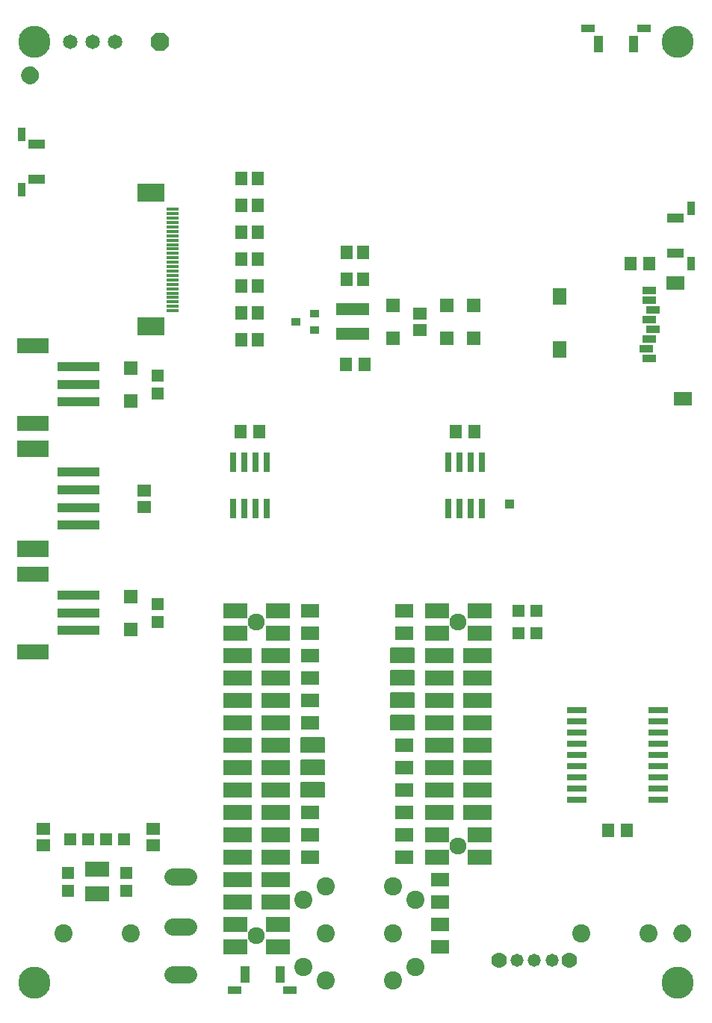
<source format=gbr>
G04 EAGLE Gerber X2 export*
%TF.Part,Single*%
%TF.FileFunction,Soldermask,Bot,1*%
%TF.FilePolarity,Negative*%
%TF.GenerationSoftware,Autodesk,EAGLE,9.1.0*%
%TF.CreationDate,2019-10-14T18:10:00Z*%
G75*
%MOMM*%
%FSLAX34Y34*%
%LPD*%
%AMOC8*
5,1,8,0,0,1.08239X$1,22.5*%
G01*
%ADD10R,1.377000X0.402000*%
%ADD11R,3.127000X2.127000*%
%ADD12R,2.667000X1.651000*%
%ADD13R,3.175000X1.651000*%
%ADD14C,1.927000*%
%ADD15R,2.027000X1.527000*%
%ADD16R,1.527000X1.927000*%
%ADD17R,1.627000X0.827000*%
%ADD18C,2.057400*%
%ADD19R,1.367000X1.627000*%
%ADD20R,4.727000X1.127000*%
%ADD21R,3.527000X1.827000*%
%ADD22R,1.627000X1.367000*%
%ADD23R,3.527000X1.727000*%
%ADD24R,1.427000X1.327000*%
%ADD25R,1.527000X1.527000*%
%ADD26R,2.827000X1.727000*%
%ADD27R,1.327000X1.427000*%
%ADD28R,3.827000X1.327000*%
%ADD29R,1.327000X1.627000*%
%ADD30R,1.027000X0.927000*%
%ADD31C,1.777000*%
%ADD32C,1.477000*%
%ADD33R,1.905000X1.027000*%
%ADD34R,0.927000X1.577000*%
%ADD35R,1.027000X1.905000*%
%ADD36R,1.577000X0.927000*%
%ADD37R,1.627000X1.427000*%
%ADD38R,2.327000X0.727000*%
%ADD39R,0.727000X2.327000*%
%ADD40R,2.127000X1.627000*%
%ADD41R,1.295400X1.727200*%
%ADD42R,0.762000X0.330200*%
%ADD43R,1.127000X1.127000*%
%ADD44C,1.651000*%
%ADD45C,1.927000*%
%ADD46C,3.643000*%
%ADD47C,1.127000*%
%ADD48C,0.500000*%
%ADD49P,2.226909X8X202.500000*%

G36*
X449698Y384826D02*
X449698Y384826D01*
X449817Y384833D01*
X449855Y384846D01*
X449896Y384851D01*
X450006Y384894D01*
X450119Y384931D01*
X450154Y384953D01*
X450191Y384968D01*
X450287Y385038D01*
X450388Y385101D01*
X450416Y385131D01*
X450449Y385154D01*
X450525Y385246D01*
X450606Y385333D01*
X450626Y385368D01*
X450651Y385399D01*
X450702Y385507D01*
X450760Y385611D01*
X450770Y385651D01*
X450787Y385687D01*
X450809Y385804D01*
X450839Y385919D01*
X450843Y385980D01*
X450847Y386000D01*
X450845Y386020D01*
X450849Y386080D01*
X450849Y401320D01*
X450834Y401438D01*
X450827Y401557D01*
X450814Y401595D01*
X450809Y401636D01*
X450766Y401746D01*
X450729Y401859D01*
X450707Y401894D01*
X450692Y401931D01*
X450623Y402027D01*
X450559Y402128D01*
X450529Y402156D01*
X450506Y402189D01*
X450414Y402265D01*
X450327Y402346D01*
X450292Y402366D01*
X450261Y402391D01*
X450153Y402442D01*
X450049Y402500D01*
X450009Y402510D01*
X449973Y402527D01*
X449856Y402549D01*
X449741Y402579D01*
X449681Y402583D01*
X449661Y402587D01*
X449640Y402585D01*
X449580Y402589D01*
X424180Y402589D01*
X424062Y402574D01*
X423943Y402567D01*
X423905Y402554D01*
X423864Y402549D01*
X423754Y402506D01*
X423641Y402469D01*
X423606Y402447D01*
X423569Y402432D01*
X423473Y402363D01*
X423372Y402299D01*
X423344Y402269D01*
X423311Y402246D01*
X423236Y402154D01*
X423154Y402067D01*
X423134Y402032D01*
X423109Y402001D01*
X423058Y401893D01*
X423000Y401789D01*
X422990Y401749D01*
X422973Y401713D01*
X422951Y401596D01*
X422921Y401481D01*
X422917Y401421D01*
X422913Y401401D01*
X422914Y401394D01*
X422913Y401392D01*
X422914Y401376D01*
X422911Y401320D01*
X422911Y386080D01*
X422926Y385962D01*
X422933Y385843D01*
X422946Y385805D01*
X422951Y385764D01*
X422994Y385654D01*
X423031Y385541D01*
X423053Y385506D01*
X423068Y385469D01*
X423138Y385373D01*
X423201Y385272D01*
X423231Y385244D01*
X423254Y385211D01*
X423346Y385136D01*
X423433Y385054D01*
X423468Y385034D01*
X423499Y385009D01*
X423607Y384958D01*
X423711Y384900D01*
X423751Y384890D01*
X423787Y384873D01*
X423904Y384851D01*
X424019Y384821D01*
X424080Y384817D01*
X424100Y384813D01*
X424120Y384815D01*
X424180Y384811D01*
X449580Y384811D01*
X449698Y384826D01*
G37*
G36*
X449698Y359426D02*
X449698Y359426D01*
X449817Y359433D01*
X449855Y359446D01*
X449896Y359451D01*
X450006Y359494D01*
X450119Y359531D01*
X450154Y359553D01*
X450191Y359568D01*
X450287Y359638D01*
X450388Y359701D01*
X450416Y359731D01*
X450449Y359754D01*
X450525Y359846D01*
X450606Y359933D01*
X450626Y359968D01*
X450651Y359999D01*
X450702Y360107D01*
X450760Y360211D01*
X450770Y360251D01*
X450787Y360287D01*
X450809Y360404D01*
X450839Y360519D01*
X450843Y360580D01*
X450847Y360600D01*
X450845Y360620D01*
X450849Y360680D01*
X450849Y375920D01*
X450834Y376038D01*
X450827Y376157D01*
X450814Y376195D01*
X450809Y376236D01*
X450766Y376346D01*
X450729Y376459D01*
X450707Y376494D01*
X450692Y376531D01*
X450623Y376627D01*
X450559Y376728D01*
X450529Y376756D01*
X450506Y376789D01*
X450414Y376865D01*
X450327Y376946D01*
X450292Y376966D01*
X450261Y376991D01*
X450153Y377042D01*
X450049Y377100D01*
X450009Y377110D01*
X449973Y377127D01*
X449856Y377149D01*
X449741Y377179D01*
X449681Y377183D01*
X449661Y377187D01*
X449640Y377185D01*
X449580Y377189D01*
X424180Y377189D01*
X424062Y377174D01*
X423943Y377167D01*
X423905Y377154D01*
X423864Y377149D01*
X423754Y377106D01*
X423641Y377069D01*
X423606Y377047D01*
X423569Y377032D01*
X423473Y376963D01*
X423372Y376899D01*
X423344Y376869D01*
X423311Y376846D01*
X423236Y376754D01*
X423154Y376667D01*
X423134Y376632D01*
X423109Y376601D01*
X423058Y376493D01*
X423000Y376389D01*
X422990Y376349D01*
X422973Y376313D01*
X422951Y376196D01*
X422921Y376081D01*
X422917Y376021D01*
X422913Y376001D01*
X422914Y375994D01*
X422913Y375992D01*
X422914Y375976D01*
X422911Y375920D01*
X422911Y360680D01*
X422926Y360562D01*
X422933Y360443D01*
X422946Y360405D01*
X422951Y360364D01*
X422994Y360254D01*
X423031Y360141D01*
X423053Y360106D01*
X423068Y360069D01*
X423138Y359973D01*
X423201Y359872D01*
X423231Y359844D01*
X423254Y359811D01*
X423346Y359736D01*
X423433Y359654D01*
X423468Y359634D01*
X423499Y359609D01*
X423607Y359558D01*
X423711Y359500D01*
X423751Y359490D01*
X423787Y359473D01*
X423904Y359451D01*
X424019Y359421D01*
X424080Y359417D01*
X424100Y359413D01*
X424120Y359415D01*
X424180Y359411D01*
X449580Y359411D01*
X449698Y359426D01*
G37*
G36*
X449698Y334026D02*
X449698Y334026D01*
X449817Y334033D01*
X449855Y334046D01*
X449896Y334051D01*
X450006Y334094D01*
X450119Y334131D01*
X450154Y334153D01*
X450191Y334168D01*
X450287Y334238D01*
X450388Y334301D01*
X450416Y334331D01*
X450449Y334354D01*
X450525Y334446D01*
X450606Y334533D01*
X450626Y334568D01*
X450651Y334599D01*
X450702Y334707D01*
X450760Y334811D01*
X450770Y334851D01*
X450787Y334887D01*
X450809Y335004D01*
X450839Y335119D01*
X450843Y335180D01*
X450847Y335200D01*
X450845Y335220D01*
X450849Y335280D01*
X450849Y350520D01*
X450834Y350638D01*
X450827Y350757D01*
X450814Y350795D01*
X450809Y350836D01*
X450766Y350946D01*
X450729Y351059D01*
X450707Y351094D01*
X450692Y351131D01*
X450623Y351227D01*
X450559Y351328D01*
X450529Y351356D01*
X450506Y351389D01*
X450414Y351465D01*
X450327Y351546D01*
X450292Y351566D01*
X450261Y351591D01*
X450153Y351642D01*
X450049Y351700D01*
X450009Y351710D01*
X449973Y351727D01*
X449856Y351749D01*
X449741Y351779D01*
X449681Y351783D01*
X449661Y351787D01*
X449640Y351785D01*
X449580Y351789D01*
X424180Y351789D01*
X424062Y351774D01*
X423943Y351767D01*
X423905Y351754D01*
X423864Y351749D01*
X423754Y351706D01*
X423641Y351669D01*
X423606Y351647D01*
X423569Y351632D01*
X423473Y351563D01*
X423372Y351499D01*
X423344Y351469D01*
X423311Y351446D01*
X423236Y351354D01*
X423154Y351267D01*
X423134Y351232D01*
X423109Y351201D01*
X423058Y351093D01*
X423000Y350989D01*
X422990Y350949D01*
X422973Y350913D01*
X422951Y350796D01*
X422921Y350681D01*
X422917Y350621D01*
X422913Y350601D01*
X422914Y350594D01*
X422913Y350592D01*
X422914Y350576D01*
X422911Y350520D01*
X422911Y335280D01*
X422926Y335162D01*
X422933Y335043D01*
X422946Y335005D01*
X422951Y334964D01*
X422994Y334854D01*
X423031Y334741D01*
X423053Y334706D01*
X423068Y334669D01*
X423138Y334573D01*
X423201Y334472D01*
X423231Y334444D01*
X423254Y334411D01*
X423346Y334336D01*
X423433Y334254D01*
X423468Y334234D01*
X423499Y334209D01*
X423607Y334158D01*
X423711Y334100D01*
X423751Y334090D01*
X423787Y334073D01*
X423904Y334051D01*
X424019Y334021D01*
X424080Y334017D01*
X424100Y334013D01*
X424120Y334015D01*
X424180Y334011D01*
X449580Y334011D01*
X449698Y334026D01*
G37*
G36*
X449698Y308626D02*
X449698Y308626D01*
X449817Y308633D01*
X449855Y308646D01*
X449896Y308651D01*
X450006Y308694D01*
X450119Y308731D01*
X450154Y308753D01*
X450191Y308768D01*
X450287Y308838D01*
X450388Y308901D01*
X450416Y308931D01*
X450449Y308954D01*
X450525Y309046D01*
X450606Y309133D01*
X450626Y309168D01*
X450651Y309199D01*
X450702Y309307D01*
X450760Y309411D01*
X450770Y309451D01*
X450787Y309487D01*
X450809Y309604D01*
X450839Y309719D01*
X450843Y309780D01*
X450847Y309800D01*
X450845Y309820D01*
X450849Y309880D01*
X450849Y325120D01*
X450834Y325238D01*
X450827Y325357D01*
X450814Y325395D01*
X450809Y325436D01*
X450766Y325546D01*
X450729Y325659D01*
X450707Y325694D01*
X450692Y325731D01*
X450623Y325827D01*
X450559Y325928D01*
X450529Y325956D01*
X450506Y325989D01*
X450414Y326065D01*
X450327Y326146D01*
X450292Y326166D01*
X450261Y326191D01*
X450153Y326242D01*
X450049Y326300D01*
X450009Y326310D01*
X449973Y326327D01*
X449856Y326349D01*
X449741Y326379D01*
X449681Y326383D01*
X449661Y326387D01*
X449640Y326385D01*
X449580Y326389D01*
X424180Y326389D01*
X424062Y326374D01*
X423943Y326367D01*
X423905Y326354D01*
X423864Y326349D01*
X423754Y326306D01*
X423641Y326269D01*
X423606Y326247D01*
X423569Y326232D01*
X423473Y326163D01*
X423372Y326099D01*
X423344Y326069D01*
X423311Y326046D01*
X423236Y325954D01*
X423154Y325867D01*
X423134Y325832D01*
X423109Y325801D01*
X423058Y325693D01*
X423000Y325589D01*
X422990Y325549D01*
X422973Y325513D01*
X422951Y325396D01*
X422921Y325281D01*
X422917Y325221D01*
X422913Y325201D01*
X422914Y325194D01*
X422913Y325192D01*
X422914Y325176D01*
X422911Y325120D01*
X422911Y309880D01*
X422926Y309762D01*
X422933Y309643D01*
X422946Y309605D01*
X422951Y309564D01*
X422994Y309454D01*
X423031Y309341D01*
X423053Y309306D01*
X423068Y309269D01*
X423138Y309173D01*
X423201Y309072D01*
X423231Y309044D01*
X423254Y309011D01*
X423346Y308936D01*
X423433Y308854D01*
X423468Y308834D01*
X423499Y308809D01*
X423607Y308758D01*
X423711Y308700D01*
X423751Y308690D01*
X423787Y308673D01*
X423904Y308651D01*
X424019Y308621D01*
X424080Y308617D01*
X424100Y308613D01*
X424120Y308615D01*
X424180Y308611D01*
X449580Y308611D01*
X449698Y308626D01*
G37*
G36*
X348098Y283226D02*
X348098Y283226D01*
X348217Y283233D01*
X348255Y283246D01*
X348296Y283251D01*
X348406Y283294D01*
X348519Y283331D01*
X348554Y283353D01*
X348591Y283368D01*
X348687Y283438D01*
X348788Y283501D01*
X348816Y283531D01*
X348849Y283554D01*
X348925Y283646D01*
X349006Y283733D01*
X349026Y283768D01*
X349051Y283799D01*
X349102Y283907D01*
X349160Y284011D01*
X349170Y284051D01*
X349187Y284087D01*
X349209Y284204D01*
X349239Y284319D01*
X349243Y284380D01*
X349247Y284400D01*
X349245Y284420D01*
X349249Y284480D01*
X349249Y299720D01*
X349234Y299838D01*
X349227Y299957D01*
X349214Y299995D01*
X349209Y300036D01*
X349166Y300146D01*
X349129Y300259D01*
X349107Y300294D01*
X349092Y300331D01*
X349023Y300427D01*
X348959Y300528D01*
X348929Y300556D01*
X348906Y300589D01*
X348814Y300665D01*
X348727Y300746D01*
X348692Y300766D01*
X348661Y300791D01*
X348553Y300842D01*
X348449Y300900D01*
X348409Y300910D01*
X348373Y300927D01*
X348256Y300949D01*
X348141Y300979D01*
X348081Y300983D01*
X348061Y300987D01*
X348040Y300985D01*
X347980Y300989D01*
X322580Y300989D01*
X322462Y300974D01*
X322343Y300967D01*
X322305Y300954D01*
X322264Y300949D01*
X322154Y300906D01*
X322041Y300869D01*
X322006Y300847D01*
X321969Y300832D01*
X321873Y300763D01*
X321772Y300699D01*
X321744Y300669D01*
X321711Y300646D01*
X321636Y300554D01*
X321554Y300467D01*
X321534Y300432D01*
X321509Y300401D01*
X321458Y300293D01*
X321400Y300189D01*
X321390Y300149D01*
X321373Y300113D01*
X321351Y299996D01*
X321321Y299881D01*
X321317Y299821D01*
X321313Y299801D01*
X321314Y299794D01*
X321313Y299792D01*
X321314Y299776D01*
X321311Y299720D01*
X321311Y284480D01*
X321326Y284362D01*
X321333Y284243D01*
X321346Y284205D01*
X321351Y284164D01*
X321394Y284054D01*
X321431Y283941D01*
X321453Y283906D01*
X321468Y283869D01*
X321538Y283773D01*
X321601Y283672D01*
X321631Y283644D01*
X321654Y283611D01*
X321746Y283536D01*
X321833Y283454D01*
X321868Y283434D01*
X321899Y283409D01*
X322007Y283358D01*
X322111Y283300D01*
X322151Y283290D01*
X322187Y283273D01*
X322304Y283251D01*
X322419Y283221D01*
X322480Y283217D01*
X322500Y283213D01*
X322520Y283215D01*
X322580Y283211D01*
X347980Y283211D01*
X348098Y283226D01*
G37*
G36*
X348098Y257826D02*
X348098Y257826D01*
X348217Y257833D01*
X348255Y257846D01*
X348296Y257851D01*
X348406Y257894D01*
X348519Y257931D01*
X348554Y257953D01*
X348591Y257968D01*
X348687Y258038D01*
X348788Y258101D01*
X348816Y258131D01*
X348849Y258154D01*
X348925Y258246D01*
X349006Y258333D01*
X349026Y258368D01*
X349051Y258399D01*
X349102Y258507D01*
X349160Y258611D01*
X349170Y258651D01*
X349187Y258687D01*
X349209Y258804D01*
X349239Y258919D01*
X349243Y258980D01*
X349247Y259000D01*
X349245Y259020D01*
X349249Y259080D01*
X349249Y274320D01*
X349234Y274438D01*
X349227Y274557D01*
X349214Y274595D01*
X349209Y274636D01*
X349166Y274746D01*
X349129Y274859D01*
X349107Y274894D01*
X349092Y274931D01*
X349023Y275027D01*
X348959Y275128D01*
X348929Y275156D01*
X348906Y275189D01*
X348814Y275265D01*
X348727Y275346D01*
X348692Y275366D01*
X348661Y275391D01*
X348553Y275442D01*
X348449Y275500D01*
X348409Y275510D01*
X348373Y275527D01*
X348256Y275549D01*
X348141Y275579D01*
X348081Y275583D01*
X348061Y275587D01*
X348040Y275585D01*
X347980Y275589D01*
X322580Y275589D01*
X322462Y275574D01*
X322343Y275567D01*
X322305Y275554D01*
X322264Y275549D01*
X322154Y275506D01*
X322041Y275469D01*
X322006Y275447D01*
X321969Y275432D01*
X321873Y275363D01*
X321772Y275299D01*
X321744Y275269D01*
X321711Y275246D01*
X321636Y275154D01*
X321554Y275067D01*
X321534Y275032D01*
X321509Y275001D01*
X321458Y274893D01*
X321400Y274789D01*
X321390Y274749D01*
X321373Y274713D01*
X321351Y274596D01*
X321321Y274481D01*
X321317Y274421D01*
X321313Y274401D01*
X321314Y274394D01*
X321313Y274392D01*
X321314Y274376D01*
X321311Y274320D01*
X321311Y259080D01*
X321326Y258962D01*
X321333Y258843D01*
X321346Y258805D01*
X321351Y258764D01*
X321394Y258654D01*
X321431Y258541D01*
X321453Y258506D01*
X321468Y258469D01*
X321538Y258373D01*
X321601Y258272D01*
X321631Y258244D01*
X321654Y258211D01*
X321746Y258136D01*
X321833Y258054D01*
X321868Y258034D01*
X321899Y258009D01*
X322007Y257958D01*
X322111Y257900D01*
X322151Y257890D01*
X322187Y257873D01*
X322304Y257851D01*
X322419Y257821D01*
X322480Y257817D01*
X322500Y257813D01*
X322520Y257815D01*
X322580Y257811D01*
X347980Y257811D01*
X348098Y257826D01*
G37*
G36*
X348098Y232426D02*
X348098Y232426D01*
X348217Y232433D01*
X348255Y232446D01*
X348296Y232451D01*
X348406Y232494D01*
X348519Y232531D01*
X348554Y232553D01*
X348591Y232568D01*
X348687Y232638D01*
X348788Y232701D01*
X348816Y232731D01*
X348849Y232754D01*
X348925Y232846D01*
X349006Y232933D01*
X349026Y232968D01*
X349051Y232999D01*
X349102Y233107D01*
X349160Y233211D01*
X349170Y233251D01*
X349187Y233287D01*
X349209Y233404D01*
X349239Y233519D01*
X349243Y233580D01*
X349247Y233600D01*
X349245Y233620D01*
X349249Y233680D01*
X349249Y248920D01*
X349234Y249038D01*
X349227Y249157D01*
X349214Y249195D01*
X349209Y249236D01*
X349166Y249346D01*
X349129Y249459D01*
X349107Y249494D01*
X349092Y249531D01*
X349023Y249627D01*
X348959Y249728D01*
X348929Y249756D01*
X348906Y249789D01*
X348814Y249865D01*
X348727Y249946D01*
X348692Y249966D01*
X348661Y249991D01*
X348553Y250042D01*
X348449Y250100D01*
X348409Y250110D01*
X348373Y250127D01*
X348256Y250149D01*
X348141Y250179D01*
X348081Y250183D01*
X348061Y250187D01*
X348040Y250185D01*
X347980Y250189D01*
X322580Y250189D01*
X322462Y250174D01*
X322343Y250167D01*
X322305Y250154D01*
X322264Y250149D01*
X322154Y250106D01*
X322041Y250069D01*
X322006Y250047D01*
X321969Y250032D01*
X321873Y249963D01*
X321772Y249899D01*
X321744Y249869D01*
X321711Y249846D01*
X321636Y249754D01*
X321554Y249667D01*
X321534Y249632D01*
X321509Y249601D01*
X321458Y249493D01*
X321400Y249389D01*
X321390Y249349D01*
X321373Y249313D01*
X321351Y249196D01*
X321321Y249081D01*
X321317Y249021D01*
X321313Y249001D01*
X321314Y248994D01*
X321313Y248992D01*
X321314Y248976D01*
X321311Y248920D01*
X321311Y233680D01*
X321326Y233562D01*
X321333Y233443D01*
X321346Y233405D01*
X321351Y233364D01*
X321394Y233254D01*
X321431Y233141D01*
X321453Y233106D01*
X321468Y233069D01*
X321538Y232973D01*
X321601Y232872D01*
X321631Y232844D01*
X321654Y232811D01*
X321746Y232736D01*
X321833Y232654D01*
X321868Y232634D01*
X321899Y232609D01*
X322007Y232558D01*
X322111Y232500D01*
X322151Y232490D01*
X322187Y232473D01*
X322304Y232451D01*
X322419Y232421D01*
X322480Y232417D01*
X322500Y232413D01*
X322520Y232415D01*
X322580Y232411D01*
X347980Y232411D01*
X348098Y232426D01*
G37*
D10*
X176532Y899634D03*
X176532Y894634D03*
X176532Y889634D03*
X176532Y884634D03*
X176532Y879634D03*
X176532Y874634D03*
X176532Y869634D03*
X176532Y864634D03*
X176532Y859634D03*
X176532Y854634D03*
X176532Y849634D03*
X176532Y844634D03*
X176532Y839634D03*
X176532Y834634D03*
X176532Y829634D03*
X176532Y824634D03*
X176532Y819634D03*
X176532Y814634D03*
X176532Y809634D03*
X176532Y804634D03*
X176532Y799634D03*
X176532Y794634D03*
X176532Y789634D03*
X176532Y784634D03*
D11*
X151932Y918134D03*
X151932Y767034D03*
D12*
X295910Y63500D03*
X247650Y63500D03*
X295910Y88900D03*
X247650Y88900D03*
D13*
X293370Y114300D03*
X250190Y114300D03*
X293370Y139700D03*
X250190Y139700D03*
X293370Y165100D03*
X250190Y165100D03*
X293370Y190500D03*
X250190Y190500D03*
X293370Y215900D03*
X250190Y215900D03*
X293370Y241300D03*
X250190Y241300D03*
X293370Y266700D03*
X250190Y266700D03*
X293370Y292100D03*
X250190Y292100D03*
X293370Y317500D03*
X250190Y317500D03*
X293370Y342900D03*
X250190Y342900D03*
X293370Y368300D03*
X250190Y368300D03*
X293370Y393700D03*
X250190Y393700D03*
D12*
X295910Y419100D03*
X247650Y419100D03*
X295910Y444500D03*
X247650Y444500D03*
X476250Y444500D03*
X524510Y444500D03*
X476250Y419100D03*
X524510Y419100D03*
D13*
X478790Y393700D03*
X521970Y393700D03*
X478790Y368300D03*
X521970Y368300D03*
X478790Y342900D03*
X521970Y342900D03*
X478790Y317500D03*
X521970Y317500D03*
X478790Y292100D03*
X521970Y292100D03*
X478790Y266700D03*
X521970Y266700D03*
X478790Y241300D03*
X521970Y241300D03*
X478790Y215900D03*
X521970Y215900D03*
D12*
X476250Y190500D03*
X524510Y190500D03*
X476250Y165100D03*
X524510Y165100D03*
D14*
X500380Y177800D03*
X500380Y431800D03*
X271780Y76200D03*
X271780Y431800D03*
D15*
X746270Y816420D03*
X755270Y684420D03*
D16*
X615270Y800420D03*
X615270Y740420D03*
D17*
X717270Y807420D03*
X717270Y796420D03*
X721270Y785420D03*
X717270Y774420D03*
X721270Y763420D03*
X717270Y752420D03*
X713270Y741420D03*
X717270Y730420D03*
D18*
X426720Y132080D03*
X350520Y132080D03*
X716280Y78740D03*
X640080Y78740D03*
X426720Y25400D03*
X350520Y25400D03*
X426720Y78740D03*
X350520Y78740D03*
D19*
X273660Y782320D03*
X254660Y782320D03*
X273660Y812800D03*
X254660Y812800D03*
X273660Y751840D03*
X254660Y751840D03*
X273660Y843280D03*
X254660Y843280D03*
X273660Y873760D03*
X254660Y873760D03*
X273660Y904240D03*
X254660Y904240D03*
X273660Y934720D03*
X254660Y934720D03*
D20*
X70020Y601500D03*
X70020Y581500D03*
D21*
X18020Y628500D03*
X18020Y514500D03*
D20*
X70020Y561500D03*
X70020Y541500D03*
D22*
X144780Y562000D03*
X144780Y581000D03*
D20*
X70180Y461960D03*
X70180Y441960D03*
D23*
X18180Y485960D03*
X18180Y397960D03*
D20*
X70180Y421960D03*
D24*
X160020Y431800D03*
X160020Y452120D03*
D25*
X129540Y460460D03*
X129540Y423460D03*
D26*
X91440Y151160D03*
X91440Y123160D03*
D24*
X58420Y127000D03*
X58420Y147320D03*
X124460Y127000D03*
X124460Y147320D03*
D27*
X121920Y185420D03*
X101600Y185420D03*
X81280Y185420D03*
X60960Y185420D03*
D19*
X393040Y820420D03*
X374040Y820420D03*
X393040Y850900D03*
X374040Y850900D03*
D25*
X518160Y790660D03*
X518160Y753660D03*
X487680Y790660D03*
X487680Y753660D03*
D22*
X457200Y762660D03*
X457200Y781660D03*
D25*
X426720Y790660D03*
X426720Y753660D03*
D28*
X381000Y758160D03*
X381000Y786160D03*
D29*
X394040Y723900D03*
X373040Y723900D03*
D30*
X337660Y781660D03*
X337660Y762660D03*
X316660Y772160D03*
D31*
X626740Y48260D03*
X546740Y48260D03*
D32*
X606740Y48260D03*
X586740Y48260D03*
X566740Y48260D03*
D33*
X22956Y933400D03*
X22956Y973400D03*
D34*
X5416Y921900D03*
X5416Y984900D03*
D35*
X298500Y32100D03*
X258500Y32100D03*
D36*
X310000Y14560D03*
X247000Y14560D03*
D27*
X589280Y419100D03*
X568960Y419100D03*
X589280Y444500D03*
X568960Y444500D03*
D37*
X30480Y197460D03*
X30480Y178460D03*
X154940Y178460D03*
X154940Y197460D03*
D20*
X70180Y721040D03*
X70180Y701040D03*
D23*
X18180Y745040D03*
X18180Y657040D03*
D20*
X70180Y681040D03*
D24*
X160020Y690880D03*
X160020Y711200D03*
D25*
X129540Y719540D03*
X129540Y682540D03*
D38*
X634720Y242570D03*
X726720Y293970D03*
X634720Y229870D03*
X634720Y255270D03*
X634720Y267970D03*
X726720Y281270D03*
X726720Y306670D03*
X726720Y319370D03*
X634720Y293370D03*
X634720Y280670D03*
X634720Y306070D03*
X634720Y318770D03*
X726720Y268570D03*
X726720Y255870D03*
X726720Y242870D03*
X726720Y229870D03*
X634720Y331470D03*
X726720Y332070D03*
D39*
X270510Y560740D03*
X270510Y612740D03*
X283210Y560740D03*
X257810Y560740D03*
X245110Y560740D03*
X283210Y612740D03*
X257810Y612740D03*
X245110Y612740D03*
D29*
X274660Y647700D03*
X253660Y647700D03*
D40*
X439420Y241300D03*
X439420Y266700D03*
X439420Y292100D03*
X332740Y215900D03*
X332740Y190500D03*
X332740Y165100D03*
X480060Y139700D03*
X480060Y114300D03*
X480060Y63500D03*
X332740Y317500D03*
X332740Y342900D03*
X332740Y368300D03*
X332740Y393700D03*
X332740Y419100D03*
X332740Y444500D03*
X480060Y88900D03*
X439420Y419100D03*
X439420Y444500D03*
X439420Y215900D03*
X439420Y190500D03*
X439420Y165100D03*
D41*
X429260Y393700D03*
X444500Y393700D03*
D42*
X436880Y393700D03*
D41*
X429260Y368300D03*
X444500Y368300D03*
D42*
X436880Y368300D03*
D41*
X429260Y342900D03*
X444500Y342900D03*
D42*
X436880Y342900D03*
D41*
X429260Y317500D03*
X444500Y317500D03*
D42*
X436880Y317500D03*
D29*
X716620Y838200D03*
X695620Y838200D03*
X691220Y195580D03*
X670220Y195580D03*
D39*
X527050Y560740D03*
X514350Y560740D03*
X501650Y560740D03*
X488950Y560740D03*
X488950Y612740D03*
X501650Y612740D03*
X514350Y612740D03*
X527050Y612740D03*
D41*
X327660Y292100D03*
X342900Y292100D03*
D42*
X335280Y292100D03*
D29*
X518500Y647700D03*
X497500Y647700D03*
D33*
X746664Y889558D03*
X746664Y849558D03*
D34*
X764204Y901058D03*
X764204Y838058D03*
D18*
X53340Y78740D03*
X129540Y78740D03*
D41*
X327660Y266700D03*
X342900Y266700D03*
D42*
X335280Y266700D03*
D41*
X327660Y241300D03*
X342900Y241300D03*
D42*
X335280Y241300D03*
D43*
X558800Y565861D03*
D18*
X452120Y116840D03*
X452120Y40640D03*
X325120Y40640D03*
X325120Y116840D03*
D44*
X111760Y1089660D03*
X86360Y1089660D03*
X60960Y1089660D03*
D45*
X176420Y32130D02*
X194420Y32130D01*
X194420Y86130D02*
X176420Y86130D01*
X176420Y143130D02*
X194420Y143130D01*
D46*
X20320Y22860D03*
X749300Y22860D03*
D47*
X754380Y78740D03*
D48*
X761880Y78740D02*
X761878Y78921D01*
X761871Y79102D01*
X761860Y79283D01*
X761845Y79464D01*
X761825Y79644D01*
X761801Y79824D01*
X761773Y80003D01*
X761740Y80181D01*
X761703Y80358D01*
X761662Y80535D01*
X761617Y80710D01*
X761567Y80885D01*
X761513Y81058D01*
X761455Y81229D01*
X761393Y81400D01*
X761326Y81568D01*
X761256Y81735D01*
X761182Y81901D01*
X761103Y82064D01*
X761021Y82225D01*
X760935Y82385D01*
X760845Y82542D01*
X760751Y82697D01*
X760654Y82850D01*
X760552Y83000D01*
X760448Y83148D01*
X760339Y83294D01*
X760228Y83436D01*
X760112Y83576D01*
X759994Y83713D01*
X759872Y83848D01*
X759747Y83979D01*
X759619Y84107D01*
X759488Y84232D01*
X759353Y84354D01*
X759216Y84472D01*
X759076Y84588D01*
X758934Y84699D01*
X758788Y84808D01*
X758640Y84912D01*
X758490Y85014D01*
X758337Y85111D01*
X758182Y85205D01*
X758025Y85295D01*
X757865Y85381D01*
X757704Y85463D01*
X757541Y85542D01*
X757375Y85616D01*
X757208Y85686D01*
X757040Y85753D01*
X756869Y85815D01*
X756698Y85873D01*
X756525Y85927D01*
X756350Y85977D01*
X756175Y86022D01*
X755998Y86063D01*
X755821Y86100D01*
X755643Y86133D01*
X755464Y86161D01*
X755284Y86185D01*
X755104Y86205D01*
X754923Y86220D01*
X754742Y86231D01*
X754561Y86238D01*
X754380Y86240D01*
X754199Y86238D01*
X754018Y86231D01*
X753837Y86220D01*
X753656Y86205D01*
X753476Y86185D01*
X753296Y86161D01*
X753117Y86133D01*
X752939Y86100D01*
X752762Y86063D01*
X752585Y86022D01*
X752410Y85977D01*
X752235Y85927D01*
X752062Y85873D01*
X751891Y85815D01*
X751720Y85753D01*
X751552Y85686D01*
X751385Y85616D01*
X751219Y85542D01*
X751056Y85463D01*
X750895Y85381D01*
X750735Y85295D01*
X750578Y85205D01*
X750423Y85111D01*
X750270Y85014D01*
X750120Y84912D01*
X749972Y84808D01*
X749826Y84699D01*
X749684Y84588D01*
X749544Y84472D01*
X749407Y84354D01*
X749272Y84232D01*
X749141Y84107D01*
X749013Y83979D01*
X748888Y83848D01*
X748766Y83713D01*
X748648Y83576D01*
X748532Y83436D01*
X748421Y83294D01*
X748312Y83148D01*
X748208Y83000D01*
X748106Y82850D01*
X748009Y82697D01*
X747915Y82542D01*
X747825Y82385D01*
X747739Y82225D01*
X747657Y82064D01*
X747578Y81901D01*
X747504Y81735D01*
X747434Y81568D01*
X747367Y81400D01*
X747305Y81229D01*
X747247Y81058D01*
X747193Y80885D01*
X747143Y80710D01*
X747098Y80535D01*
X747057Y80358D01*
X747020Y80181D01*
X746987Y80003D01*
X746959Y79824D01*
X746935Y79644D01*
X746915Y79464D01*
X746900Y79283D01*
X746889Y79102D01*
X746882Y78921D01*
X746880Y78740D01*
X746882Y78559D01*
X746889Y78378D01*
X746900Y78197D01*
X746915Y78016D01*
X746935Y77836D01*
X746959Y77656D01*
X746987Y77477D01*
X747020Y77299D01*
X747057Y77122D01*
X747098Y76945D01*
X747143Y76770D01*
X747193Y76595D01*
X747247Y76422D01*
X747305Y76251D01*
X747367Y76080D01*
X747434Y75912D01*
X747504Y75745D01*
X747578Y75579D01*
X747657Y75416D01*
X747739Y75255D01*
X747825Y75095D01*
X747915Y74938D01*
X748009Y74783D01*
X748106Y74630D01*
X748208Y74480D01*
X748312Y74332D01*
X748421Y74186D01*
X748532Y74044D01*
X748648Y73904D01*
X748766Y73767D01*
X748888Y73632D01*
X749013Y73501D01*
X749141Y73373D01*
X749272Y73248D01*
X749407Y73126D01*
X749544Y73008D01*
X749684Y72892D01*
X749826Y72781D01*
X749972Y72672D01*
X750120Y72568D01*
X750270Y72466D01*
X750423Y72369D01*
X750578Y72275D01*
X750735Y72185D01*
X750895Y72099D01*
X751056Y72017D01*
X751219Y71938D01*
X751385Y71864D01*
X751552Y71794D01*
X751720Y71727D01*
X751891Y71665D01*
X752062Y71607D01*
X752235Y71553D01*
X752410Y71503D01*
X752585Y71458D01*
X752762Y71417D01*
X752939Y71380D01*
X753117Y71347D01*
X753296Y71319D01*
X753476Y71295D01*
X753656Y71275D01*
X753837Y71260D01*
X754018Y71249D01*
X754199Y71242D01*
X754380Y71240D01*
X754561Y71242D01*
X754742Y71249D01*
X754923Y71260D01*
X755104Y71275D01*
X755284Y71295D01*
X755464Y71319D01*
X755643Y71347D01*
X755821Y71380D01*
X755998Y71417D01*
X756175Y71458D01*
X756350Y71503D01*
X756525Y71553D01*
X756698Y71607D01*
X756869Y71665D01*
X757040Y71727D01*
X757208Y71794D01*
X757375Y71864D01*
X757541Y71938D01*
X757704Y72017D01*
X757865Y72099D01*
X758025Y72185D01*
X758182Y72275D01*
X758337Y72369D01*
X758490Y72466D01*
X758640Y72568D01*
X758788Y72672D01*
X758934Y72781D01*
X759076Y72892D01*
X759216Y73008D01*
X759353Y73126D01*
X759488Y73248D01*
X759619Y73373D01*
X759747Y73501D01*
X759872Y73632D01*
X759994Y73767D01*
X760112Y73904D01*
X760228Y74044D01*
X760339Y74186D01*
X760448Y74332D01*
X760552Y74480D01*
X760654Y74630D01*
X760751Y74783D01*
X760845Y74938D01*
X760935Y75095D01*
X761021Y75255D01*
X761103Y75416D01*
X761182Y75579D01*
X761256Y75745D01*
X761326Y75912D01*
X761393Y76080D01*
X761455Y76251D01*
X761513Y76422D01*
X761567Y76595D01*
X761617Y76770D01*
X761662Y76945D01*
X761703Y77122D01*
X761740Y77299D01*
X761773Y77477D01*
X761801Y77656D01*
X761825Y77836D01*
X761845Y78016D01*
X761860Y78197D01*
X761871Y78378D01*
X761878Y78559D01*
X761880Y78740D01*
D47*
X15240Y1051560D03*
D48*
X22740Y1051560D02*
X22738Y1051741D01*
X22731Y1051922D01*
X22720Y1052103D01*
X22705Y1052284D01*
X22685Y1052464D01*
X22661Y1052644D01*
X22633Y1052823D01*
X22600Y1053001D01*
X22563Y1053178D01*
X22522Y1053355D01*
X22477Y1053530D01*
X22427Y1053705D01*
X22373Y1053878D01*
X22315Y1054049D01*
X22253Y1054220D01*
X22186Y1054388D01*
X22116Y1054555D01*
X22042Y1054721D01*
X21963Y1054884D01*
X21881Y1055045D01*
X21795Y1055205D01*
X21705Y1055362D01*
X21611Y1055517D01*
X21514Y1055670D01*
X21412Y1055820D01*
X21308Y1055968D01*
X21199Y1056114D01*
X21088Y1056256D01*
X20972Y1056396D01*
X20854Y1056533D01*
X20732Y1056668D01*
X20607Y1056799D01*
X20479Y1056927D01*
X20348Y1057052D01*
X20213Y1057174D01*
X20076Y1057292D01*
X19936Y1057408D01*
X19794Y1057519D01*
X19648Y1057628D01*
X19500Y1057732D01*
X19350Y1057834D01*
X19197Y1057931D01*
X19042Y1058025D01*
X18885Y1058115D01*
X18725Y1058201D01*
X18564Y1058283D01*
X18401Y1058362D01*
X18235Y1058436D01*
X18068Y1058506D01*
X17900Y1058573D01*
X17729Y1058635D01*
X17558Y1058693D01*
X17385Y1058747D01*
X17210Y1058797D01*
X17035Y1058842D01*
X16858Y1058883D01*
X16681Y1058920D01*
X16503Y1058953D01*
X16324Y1058981D01*
X16144Y1059005D01*
X15964Y1059025D01*
X15783Y1059040D01*
X15602Y1059051D01*
X15421Y1059058D01*
X15240Y1059060D01*
X15059Y1059058D01*
X14878Y1059051D01*
X14697Y1059040D01*
X14516Y1059025D01*
X14336Y1059005D01*
X14156Y1058981D01*
X13977Y1058953D01*
X13799Y1058920D01*
X13622Y1058883D01*
X13445Y1058842D01*
X13270Y1058797D01*
X13095Y1058747D01*
X12922Y1058693D01*
X12751Y1058635D01*
X12580Y1058573D01*
X12412Y1058506D01*
X12245Y1058436D01*
X12079Y1058362D01*
X11916Y1058283D01*
X11755Y1058201D01*
X11595Y1058115D01*
X11438Y1058025D01*
X11283Y1057931D01*
X11130Y1057834D01*
X10980Y1057732D01*
X10832Y1057628D01*
X10686Y1057519D01*
X10544Y1057408D01*
X10404Y1057292D01*
X10267Y1057174D01*
X10132Y1057052D01*
X10001Y1056927D01*
X9873Y1056799D01*
X9748Y1056668D01*
X9626Y1056533D01*
X9508Y1056396D01*
X9392Y1056256D01*
X9281Y1056114D01*
X9172Y1055968D01*
X9068Y1055820D01*
X8966Y1055670D01*
X8869Y1055517D01*
X8775Y1055362D01*
X8685Y1055205D01*
X8599Y1055045D01*
X8517Y1054884D01*
X8438Y1054721D01*
X8364Y1054555D01*
X8294Y1054388D01*
X8227Y1054220D01*
X8165Y1054049D01*
X8107Y1053878D01*
X8053Y1053705D01*
X8003Y1053530D01*
X7958Y1053355D01*
X7917Y1053178D01*
X7880Y1053001D01*
X7847Y1052823D01*
X7819Y1052644D01*
X7795Y1052464D01*
X7775Y1052284D01*
X7760Y1052103D01*
X7749Y1051922D01*
X7742Y1051741D01*
X7740Y1051560D01*
X7742Y1051379D01*
X7749Y1051198D01*
X7760Y1051017D01*
X7775Y1050836D01*
X7795Y1050656D01*
X7819Y1050476D01*
X7847Y1050297D01*
X7880Y1050119D01*
X7917Y1049942D01*
X7958Y1049765D01*
X8003Y1049590D01*
X8053Y1049415D01*
X8107Y1049242D01*
X8165Y1049071D01*
X8227Y1048900D01*
X8294Y1048732D01*
X8364Y1048565D01*
X8438Y1048399D01*
X8517Y1048236D01*
X8599Y1048075D01*
X8685Y1047915D01*
X8775Y1047758D01*
X8869Y1047603D01*
X8966Y1047450D01*
X9068Y1047300D01*
X9172Y1047152D01*
X9281Y1047006D01*
X9392Y1046864D01*
X9508Y1046724D01*
X9626Y1046587D01*
X9748Y1046452D01*
X9873Y1046321D01*
X10001Y1046193D01*
X10132Y1046068D01*
X10267Y1045946D01*
X10404Y1045828D01*
X10544Y1045712D01*
X10686Y1045601D01*
X10832Y1045492D01*
X10980Y1045388D01*
X11130Y1045286D01*
X11283Y1045189D01*
X11438Y1045095D01*
X11595Y1045005D01*
X11755Y1044919D01*
X11916Y1044837D01*
X12079Y1044758D01*
X12245Y1044684D01*
X12412Y1044614D01*
X12580Y1044547D01*
X12751Y1044485D01*
X12922Y1044427D01*
X13095Y1044373D01*
X13270Y1044323D01*
X13445Y1044278D01*
X13622Y1044237D01*
X13799Y1044200D01*
X13977Y1044167D01*
X14156Y1044139D01*
X14336Y1044115D01*
X14516Y1044095D01*
X14697Y1044080D01*
X14878Y1044069D01*
X15059Y1044062D01*
X15240Y1044060D01*
X15421Y1044062D01*
X15602Y1044069D01*
X15783Y1044080D01*
X15964Y1044095D01*
X16144Y1044115D01*
X16324Y1044139D01*
X16503Y1044167D01*
X16681Y1044200D01*
X16858Y1044237D01*
X17035Y1044278D01*
X17210Y1044323D01*
X17385Y1044373D01*
X17558Y1044427D01*
X17729Y1044485D01*
X17900Y1044547D01*
X18068Y1044614D01*
X18235Y1044684D01*
X18401Y1044758D01*
X18564Y1044837D01*
X18725Y1044919D01*
X18885Y1045005D01*
X19042Y1045095D01*
X19197Y1045189D01*
X19350Y1045286D01*
X19500Y1045388D01*
X19648Y1045492D01*
X19794Y1045601D01*
X19936Y1045712D01*
X20076Y1045828D01*
X20213Y1045946D01*
X20348Y1046068D01*
X20479Y1046193D01*
X20607Y1046321D01*
X20732Y1046452D01*
X20854Y1046587D01*
X20972Y1046724D01*
X21088Y1046864D01*
X21199Y1047006D01*
X21308Y1047152D01*
X21412Y1047300D01*
X21514Y1047450D01*
X21611Y1047603D01*
X21705Y1047758D01*
X21795Y1047915D01*
X21881Y1048075D01*
X21963Y1048236D01*
X22042Y1048399D01*
X22116Y1048565D01*
X22186Y1048732D01*
X22253Y1048900D01*
X22315Y1049071D01*
X22373Y1049242D01*
X22427Y1049415D01*
X22477Y1049590D01*
X22522Y1049765D01*
X22563Y1049942D01*
X22600Y1050119D01*
X22633Y1050297D01*
X22661Y1050476D01*
X22685Y1050656D01*
X22705Y1050836D01*
X22720Y1051017D01*
X22731Y1051198D01*
X22738Y1051379D01*
X22740Y1051560D01*
D46*
X20320Y1089660D03*
X749300Y1089660D03*
D49*
X162560Y1089660D03*
D35*
X659080Y1087024D03*
X699080Y1087024D03*
D36*
X647580Y1104564D03*
X710580Y1104564D03*
M02*

</source>
